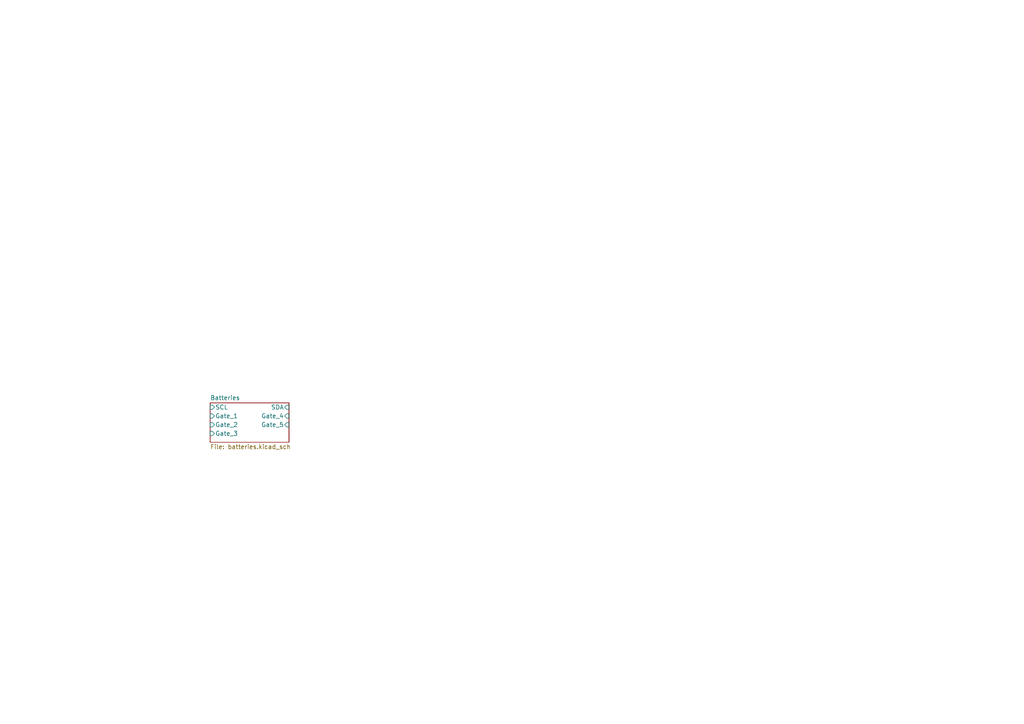
<source format=kicad_sch>
(kicad_sch
	(version 20231120)
	(generator "eeschema")
	(generator_version "8.0")
	(uuid "4447b8ba-2ae9-4ff2-bb5c-b43a54dd7059")
	(paper "A4")
	(lib_symbols)
	(sheet
		(at 60.96 116.84)
		(size 22.86 11.43)
		(fields_autoplaced yes)
		(stroke
			(width 0.1524)
			(type solid)
		)
		(fill
			(color 0 0 0 0.0000)
		)
		(uuid "74ec7192-0e53-4880-9945-213354d82986")
		(property "Sheetname" "Batteries"
			(at 60.96 116.1284 0)
			(effects
				(font
					(size 1.27 1.27)
				)
				(justify left bottom)
			)
		)
		(property "Sheetfile" "batteries.kicad_sch"
			(at 60.96 128.8546 0)
			(effects
				(font
					(size 1.27 1.27)
				)
				(justify left top)
			)
		)
		(pin "Gate_5" input
			(at 83.82 123.19 0)
			(effects
				(font
					(size 1.27 1.27)
				)
				(justify right)
			)
			(uuid "03cf45f3-21a6-4942-a249-29869f01e46c")
		)
		(pin "Gate_2" input
			(at 60.96 123.19 180)
			(effects
				(font
					(size 1.27 1.27)
				)
				(justify left)
			)
			(uuid "76fcbf83-5130-4cb8-b225-37a9e5b9330d")
		)
		(pin "SCL" input
			(at 60.96 118.11 180)
			(effects
				(font
					(size 1.27 1.27)
				)
				(justify left)
			)
			(uuid "9f953bbe-655a-4f0e-b2ba-915980a07d49")
		)
		(pin "SDA" input
			(at 83.82 118.11 0)
			(effects
				(font
					(size 1.27 1.27)
				)
				(justify right)
			)
			(uuid "0953f6e6-ac45-4acb-bdb8-52aab76f8f0b")
		)
		(pin "Gate_3" input
			(at 60.96 125.73 180)
			(effects
				(font
					(size 1.27 1.27)
				)
				(justify left)
			)
			(uuid "5e334392-063f-436f-84f1-b55167cd40de")
		)
		(pin "Gate_1" input
			(at 60.96 120.65 180)
			(effects
				(font
					(size 1.27 1.27)
				)
				(justify left)
			)
			(uuid "6f1e8bfc-3584-4692-9317-faee86fa4226")
		)
		(pin "Gate_4" input
			(at 83.82 120.65 0)
			(effects
				(font
					(size 1.27 1.27)
				)
				(justify right)
			)
			(uuid "95ec9427-516d-47ba-b500-4ccab06eee81")
		)
		(instances
			(project "1s5p_battery_board"
				(path "/4447b8ba-2ae9-4ff2-bb5c-b43a54dd7059"
					(page "2")
				)
			)
		)
	)
	(sheet_instances
		(path "/"
			(page "1")
		)
	)
)

</source>
